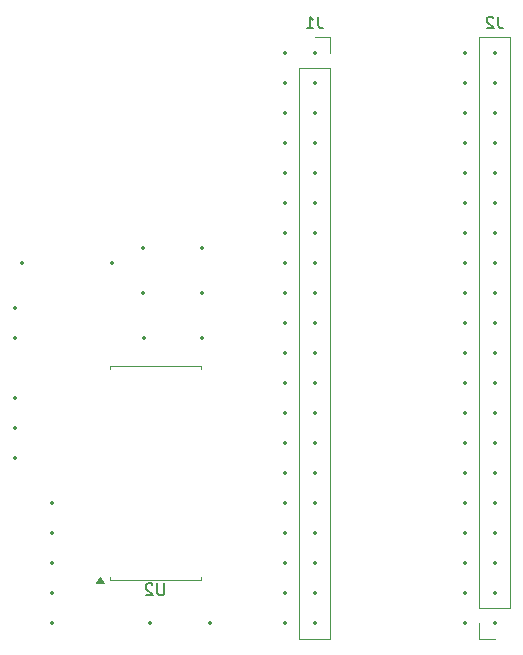
<source format=gbo>
%TF.GenerationSoftware,KiCad,Pcbnew,8.0.3+1*%
%TF.CreationDate,2024-07-31T15:36:37+02:00*%
%TF.ProjectId,QL_diren_keyboard_adapter,514c5f64-6972-4656-9e5f-6b6579626f61,0*%
%TF.SameCoordinates,Original*%
%TF.FileFunction,Legend,Bot*%
%TF.FilePolarity,Positive*%
%FSLAX46Y46*%
G04 Gerber Fmt 4.6, Leading zero omitted, Abs format (unit mm)*
G04 Created by KiCad (PCBNEW 8.0.3+1) date 2024-07-31 15:36:37*
%MOMM*%
%LPD*%
G01*
G04 APERTURE LIST*
%ADD10C,0.150000*%
%ADD11C,0.120000*%
%ADD12C,0.350000*%
G04 APERTURE END LIST*
D10*
X91414404Y-108414819D02*
X91414404Y-109224342D01*
X91414404Y-109224342D02*
X91366785Y-109319580D01*
X91366785Y-109319580D02*
X91319166Y-109367200D01*
X91319166Y-109367200D02*
X91223928Y-109414819D01*
X91223928Y-109414819D02*
X91033452Y-109414819D01*
X91033452Y-109414819D02*
X90938214Y-109367200D01*
X90938214Y-109367200D02*
X90890595Y-109319580D01*
X90890595Y-109319580D02*
X90842976Y-109224342D01*
X90842976Y-109224342D02*
X90842976Y-108414819D01*
X90414404Y-108510057D02*
X90366785Y-108462438D01*
X90366785Y-108462438D02*
X90271547Y-108414819D01*
X90271547Y-108414819D02*
X90033452Y-108414819D01*
X90033452Y-108414819D02*
X89938214Y-108462438D01*
X89938214Y-108462438D02*
X89890595Y-108510057D01*
X89890595Y-108510057D02*
X89842976Y-108605295D01*
X89842976Y-108605295D02*
X89842976Y-108700533D01*
X89842976Y-108700533D02*
X89890595Y-108843390D01*
X89890595Y-108843390D02*
X90462023Y-109414819D01*
X90462023Y-109414819D02*
X89842976Y-109414819D01*
X119713333Y-60414819D02*
X119713333Y-61129104D01*
X119713333Y-61129104D02*
X119760952Y-61271961D01*
X119760952Y-61271961D02*
X119856190Y-61367200D01*
X119856190Y-61367200D02*
X119999047Y-61414819D01*
X119999047Y-61414819D02*
X120094285Y-61414819D01*
X119284761Y-60510057D02*
X119237142Y-60462438D01*
X119237142Y-60462438D02*
X119141904Y-60414819D01*
X119141904Y-60414819D02*
X118903809Y-60414819D01*
X118903809Y-60414819D02*
X118808571Y-60462438D01*
X118808571Y-60462438D02*
X118760952Y-60510057D01*
X118760952Y-60510057D02*
X118713333Y-60605295D01*
X118713333Y-60605295D02*
X118713333Y-60700533D01*
X118713333Y-60700533D02*
X118760952Y-60843390D01*
X118760952Y-60843390D02*
X119332380Y-61414819D01*
X119332380Y-61414819D02*
X118713333Y-61414819D01*
X104473333Y-60414819D02*
X104473333Y-61129104D01*
X104473333Y-61129104D02*
X104520952Y-61271961D01*
X104520952Y-61271961D02*
X104616190Y-61367200D01*
X104616190Y-61367200D02*
X104759047Y-61414819D01*
X104759047Y-61414819D02*
X104854285Y-61414819D01*
X103473333Y-61414819D02*
X104044761Y-61414819D01*
X103759047Y-61414819D02*
X103759047Y-60414819D01*
X103759047Y-60414819D02*
X103854285Y-60557676D01*
X103854285Y-60557676D02*
X103949523Y-60652914D01*
X103949523Y-60652914D02*
X104044761Y-60700533D01*
D11*
%TO.C,U2*%
X86792500Y-107875000D02*
X86792500Y-108120000D01*
X86792500Y-90245000D02*
X86792500Y-90000000D01*
X86792500Y-108120000D02*
X90652500Y-108120000D01*
X94512500Y-108120000D02*
X90652500Y-108120000D01*
X86792500Y-90000000D02*
X90652500Y-90000000D01*
X94512500Y-90000000D02*
X90652500Y-90000000D01*
X94512500Y-107875000D02*
X94512500Y-108120000D01*
X94512500Y-90245000D02*
X94512500Y-90000000D01*
X86280000Y-108345000D02*
X85600000Y-108345000D01*
X85940000Y-107875000D01*
X86280000Y-108345000D01*
G36*
X86280000Y-108345000D02*
G01*
X85600000Y-108345000D01*
X85940000Y-107875000D01*
X86280000Y-108345000D01*
G37*
%TO.C,J2*%
X118050000Y-62170000D02*
X118050000Y-110490000D01*
X118050000Y-113090000D02*
X118050000Y-111760000D01*
X119380000Y-113090000D02*
X118050000Y-113090000D01*
X120710000Y-62170000D02*
X118050000Y-62170000D01*
X120710000Y-62170000D02*
X120710000Y-110490000D01*
X120710000Y-110490000D02*
X118050000Y-110490000D01*
%TO.C,J1*%
X102810000Y-64770000D02*
X105470000Y-64770000D01*
X102810000Y-113090000D02*
X102810000Y-64770000D01*
X102810000Y-113090000D02*
X105470000Y-113090000D01*
X104140000Y-62170000D02*
X105470000Y-62170000D01*
X105470000Y-62170000D02*
X105470000Y-63500000D01*
X105470000Y-113090000D02*
X105470000Y-64770000D01*
%TD*%
D12*
X101600000Y-63500000D03*
X101600000Y-66040000D03*
X101600000Y-68580000D03*
X101600000Y-71120000D03*
X101600000Y-73660000D03*
X101600000Y-76200000D03*
X101600000Y-78740000D03*
X101600000Y-81280000D03*
X101600000Y-83820000D03*
X101600000Y-86360000D03*
X101600000Y-88900000D03*
X101600000Y-91440000D03*
X101600000Y-93980000D03*
X101600000Y-96520000D03*
X101600000Y-99060000D03*
X101600000Y-101600000D03*
X101600000Y-104140000D03*
X101600000Y-106680000D03*
X101600000Y-109220000D03*
X101600000Y-111760000D03*
X116840000Y-111760000D03*
X116840000Y-109220000D03*
X116840000Y-106680000D03*
X116840000Y-104140000D03*
X116840000Y-101600000D03*
X116840000Y-99060000D03*
X116840000Y-96520000D03*
X116840000Y-93980000D03*
X116840000Y-91440000D03*
X116840000Y-88900000D03*
X116840000Y-86360000D03*
X116840000Y-83820000D03*
X116840000Y-81280000D03*
X116840000Y-78740000D03*
X116840000Y-76200000D03*
X116840000Y-73660000D03*
X116840000Y-71120000D03*
X116840000Y-68580000D03*
X116840000Y-66040000D03*
X116840000Y-63500000D03*
X78740000Y-97790000D03*
X78740000Y-95250000D03*
X78740000Y-92710000D03*
X94615000Y-80010000D03*
X89615000Y-80010000D03*
X94615000Y-83820000D03*
X89615000Y-83820000D03*
X90250000Y-111760000D03*
X95250000Y-111760000D03*
X89715000Y-87600000D03*
X94615000Y-87600000D03*
X78740000Y-87630000D03*
X78740000Y-85090000D03*
X79375000Y-81280000D03*
X86995000Y-81280000D03*
X81915000Y-111760000D03*
X81915000Y-109220000D03*
X81915000Y-106680000D03*
X81915000Y-104140000D03*
X81915000Y-101600000D03*
X119380000Y-111760000D03*
X119380000Y-109220000D03*
X119380000Y-106680000D03*
X119380000Y-104140000D03*
X119380000Y-101600000D03*
X119380000Y-99060000D03*
X119380000Y-96520000D03*
X119380000Y-93980000D03*
X119380000Y-91440000D03*
X119380000Y-88900000D03*
X119380000Y-86360000D03*
X119380000Y-83820000D03*
X119380000Y-81280000D03*
X119380000Y-78740000D03*
X119380000Y-76200000D03*
X119380000Y-73660000D03*
X119380000Y-71120000D03*
X119380000Y-68580000D03*
X119380000Y-66040000D03*
X119380000Y-63500000D03*
X104140000Y-63500000D03*
X104140000Y-66040000D03*
X104140000Y-68580000D03*
X104140000Y-71120000D03*
X104140000Y-73660000D03*
X104140000Y-76200000D03*
X104140000Y-78740000D03*
X104140000Y-81280000D03*
X104140000Y-83820000D03*
X104140000Y-86360000D03*
X104140000Y-88900000D03*
X104140000Y-91440000D03*
X104140000Y-93980000D03*
X104140000Y-96520000D03*
X104140000Y-99060000D03*
X104140000Y-101600000D03*
X104140000Y-104140000D03*
X104140000Y-106680000D03*
X104140000Y-109220000D03*
X104140000Y-111760000D03*
M02*

</source>
